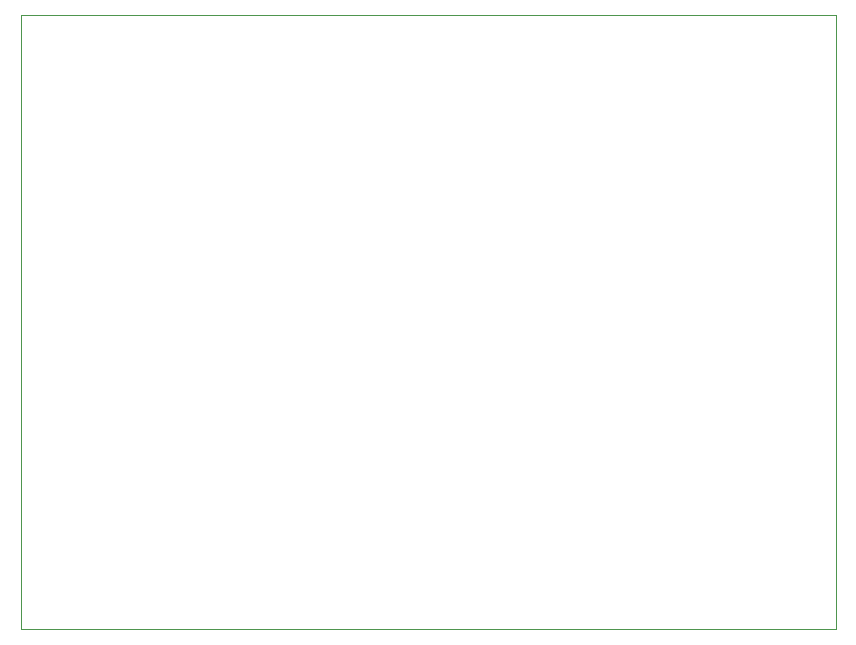
<source format=gbr>
%TF.GenerationSoftware,KiCad,Pcbnew,9.0.5*%
%TF.CreationDate,2026-01-27T18:20:27+09:00*%
%TF.ProjectId,esp_serial_bridge_pcb,6573705f-7365-4726-9961-6c5f62726964,V1.0*%
%TF.SameCoordinates,Original*%
%TF.FileFunction,Profile,NP*%
%FSLAX46Y46*%
G04 Gerber Fmt 4.6, Leading zero omitted, Abs format (unit mm)*
G04 Created by KiCad (PCBNEW 9.0.5) date 2026-01-27 18:20:27*
%MOMM*%
%LPD*%
G01*
G04 APERTURE LIST*
%TA.AperFunction,Profile*%
%ADD10C,0.050000*%
%TD*%
G04 APERTURE END LIST*
D10*
X96000000Y-75000000D02*
X165000000Y-75000000D01*
X165000000Y-127000000D01*
X96000000Y-127000000D01*
X96000000Y-75000000D01*
M02*

</source>
